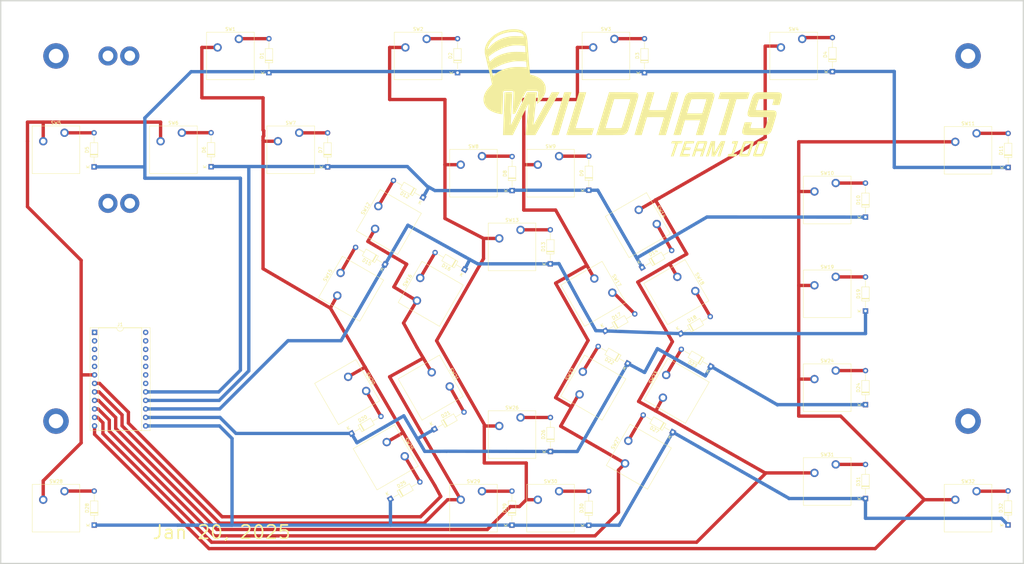
<source format=kicad_pcb>
(kicad_pcb (version 20240108) (generator "pcbnew") (generator_version "8.0")
  (layers (0 "F.Cu" signal) (31 "B.Cu" signal) (34 "B.Paste" user) (35 "F.Paste" user) (36 "B.SilkS" user "B.Silkscreen") (37 "F.SilkS" user "F.Silkscreen") (38 "B.Mask" user) (39 "F.Mask" user) (44 "Edge.Cuts" user))
  (net 0 "")
  (net 1 "Net-(D6-A)")
  (net 2 "Net-(D7-A)")
  (net 3 "Net-(D1-A)")
  (net 4 "Net-(D2-A)")
  (net 5 "Net-(D3-A)")
  (net 6 "Net-(D4-A)")
  (net 7 "Net-(D5-A)")
  (net 8 "Net-(D8-A)")
  (net 9 "Net-(D9-A)")
  (net 10 "Net-(D10-A)")
  (net 11 "Net-(D11-A)")
  (net 12 "Net-(D12-A)")
  (net 13 "Net-(D13-A)")
  (net 14 "Net-(D14-A)")
  (net 15 "Net-(D15-A)")
  (net 16 "Net-(D16-A)")
  (net 17 "Net-(D17-A)")
  (net 18 "Net-(D18-A)")
  (net 19 "Net-(D19-A)")
  (net 20 "Net-(D20-A)")
  (net 21 "Net-(D21-A)")
  (net 22 "Net-(D22-A)")
  (net 23 "Net-(D23-A)")
  (net 24 "Net-(D25-A)")
  (net 25 "Net-(D26-A)")
  (net 26 "Net-(D27-A)")
  (net 27 "Net-(D28-A)")
  (net 28 "Net-(D29-A)")
  (net 29 "Net-(D30-A)")
  (net 30 "Net-(D31-A)")
  (net 31 "Net-(D32-A)")
  (net 32 "/ROW0")
  (net 33 "/ROW1")
  (net 34 "/ROW2")
  (net 35 "/COL1")
  (net 36 "/COL4")
  (net 37 "/COL5")
  (net 38 "/COL6")
  (net 39 "/COL3")
  (net 40 "/COL2")
  (net 41 "/ROW4")
  (net 42 "/COL0")
  (net 43 "/ROW3")
  (net 44 "Net-(D24-A)")
  (footprint "MountingHole:MountingHole_4.3mm_M4_ISO7380_Pad" (layer "F.Cu") (at 345 177.5)
    (property "Reference" "H4" (hide yes))
    (property "Value" "MountingHole_4.3mm_M4_ISO7380_Pad" (hide yes))
  )
  (footprint "SW_Cherry_MX_PCB_1.00u" (layer "F.Cu") (at 345 96.675)
    (property "Reference" "SW11")
    (property "Value" "SW_Push" (hide yes))
  )
  (footprint "SW_Cherry_MX_PCB_1.00u" (layer "F.Cu") (at 345 203.5)
    (property "Reference" "SW32")
    (property "Value" "SW_Push" (hide yes))
  )
  (footprint "SW_Cherry_MX_PCB_1.00u" (layer "F.Cu") (at 143 96.5)
    (property "Reference" "SW7")
    (property "Value" "SW_Push")
  )
  (footprint "SW_Cherry_MX_PCB_1.00u" (layer "F.Cu") (at 161 138 60)
    (property "Reference" "SW15")
    (property "Value" "SW_Push" (hide yes))
  )
  (footprint "MountingHole:MountingHole_4.3mm_M4_ISO7380_Pad" (layer "F.Cu") (at 73 177.5)
    (property "Reference" "H3" (hide yes))
    (property "Value" "MountingHole_4.3mm_M4_ISO7380_Pad" (hide yes))
  )
  (footprint "SW_Cherry_MX_PCB_1.00u" (layer "F.Cu") (at 108 96.5)
    (property "Reference" "SW6")
    (property "Value" "SW_Push" (hide yes))
  )
  (footprint "Diode_THT:D_DO-35_SOD27_P10.16mm_Horizontal" (layer "F.Cu") (at 161.114585 181.179346 30)
    (property "Reference" "D20")
    (property "Value" "D" (hide yes))
  )
  (footprint "MountingHole:MountingHole_4.3mm_M4_ISO7380_Pad" (layer "F.Cu") (at 345 68.5)
    (property "Reference" "H2" (hide yes))
    (property "Value" "MountingHole_4.3mm_M4_ISO7380_Pad" (hide yes))
  )
  (footprint "Diode_THT:D_DO-35_SOD27_P10.16mm_Horizontal" (layer "F.Cu") (at 247.814389 131.634831 30)
    (property "Reference" "D14")
    (property "Value" "D" (hide yes))
  )
  (footprint "Diode_THT:D_DO-35_SOD27_P10.16mm_Horizontal" (layer "F.Cu") (at 314.409475 172.588613 90)
    (property "Reference" "D24")
    (property "Value" "D" (hide yes))
  )
  (footprint "SW_Cherry_MX_PCB_1.00u" (layer "F.Cu") (at 233.25 139.5 -60)
    (property "Reference" "SW17")
    (property "Value" "SW_Push" (hide yes))
  )
  (footprint "Diode_THT:D_DO-35_SOD27_P10.16mm_Horizontal" (layer "F.Cu") (at 84.353721 101.604585 90)
    (property "Reference" "D5")
    (property "Value" "D" (hide yes))
  )
  (footprint "Diode_THT:D_DO-35_SOD27_P10.16mm_Horizontal" (layer "F.Cu") (at 243.497032 160.277045 150)
    (property "Reference" "D22")
    (property "Value" "D" (hide yes))
  )
  (footprint "Diode_THT:D_DO-35_SOD27_P10.16mm_Horizontal" (layer "F.Cu") (at 192.75 73.5 90)
    (property "Reference" "D2")
    (property "Value" "D" (hide yes))
  )
  (footprint "SW_Cherry_MX_PCB_1.00u" (layer "F.Cu") (at 258 139 -60)
    (property "Reference" "SW18")
    (property "Value" "SW_Push" (hide yes))
  )
  (footprint "Diode_THT:D_DO-35_SOD27_P10.16mm_Horizontal" (layer "F.Cu") (at 220.460158 186.578019 90)
    (property "Reference" "D26")
    (property "Value" "D" (hide yes))
  )
  (footprint "Diode_THT:D_DO-35_SOD27_P10.16mm_Horizontal" (layer "F.Cu") (at 194.858101 132.263766 150)
    (property "Reference" "D16")
    (property "Value" "D" (hide yes))
  )
  (footprint "Graphics:wildhat_logo_6_med" (layer "F.Cu") (at 245 79.5)
    (property "Reference" "G***" (hide yes))
    (property "Value" "LOGO" (hide yes))
  )
  (footprint "Diode_THT:D_DO-35_SOD27_P10.16mm_Horizontal" (layer "F.Cu") (at 182.44933 110.742231 150)
    (property "Reference" "D12")
    (property "Value" "D" (hide yes))
  )
  (footprint "SW_Cherry_MX_PCB_1.00u" (layer "F.Cu") (at 303 167.5)
    (property "Reference" "SW24")
    (property "Value" "SW_Push" (hide yes))
  )
  (footprint "SW_Cherry_MX_PCB_1.00u" (layer "F.Cu") (at 233.25 167.5 60)
    (property "Reference" "SW22")
    (property "Value" "SW_Push" (hide yes))
  )
  (footprint "Diode_THT:D_DO-35_SOD27_P10.16mm_Horizontal" (layer "F.Cu") (at 231.873158 208.579999 90)
    (property "Reference" "D30")
    (property "Value" "D" (hide yes))
  )
  (footprint "SW_Cherry_MX_PCB_1.00u" (layer "F.Cu") (at 303 111.5)
    (property "Reference" "SW10")
    (property "Value" "SW_Push" (hide yes))
  )
  (footprint "SW_Cherry_MX_PCB_1.00u" (layer "F.Cu") (at 171.33712 188.334422 -60)
    (property "Reference" "SW25")
    (property "Value" "SW_Push" (hide yes))
  )
  (footprint "Diode_THT:D_DO-35_SOD27_P10.16mm_Horizontal" (layer "F.Cu") (at 171.147255 130.709537 150)
    (property "Reference" "D15")
    (property "Value" "D" (hide yes))
  )
  (footprint "Diode_THT:D_DO-35_SOD27_P10.16mm_Horizontal" (layer "F.Cu") (at 268.295963 161.139138 150)
    (property "Reference" "D23")
    (property "Value" "D" (hide yes))
  )
  (footprint "SW_Cherry_MX_PCB_1.00u" (layer "F.Cu") (at 220.5 103.5)
    (property "Reference" "SW9")
    (property "Value" "SW_Push" (hide yes))
  )
  (footprint "SW_Cherry_MX_PCB_1.00u" (layer "F.Cu") (at 197.5 103.5)
    (property "Reference" "SW8")
    (property "Value" "SW_Push" (hide yes))
  )
  (footprint "MountingHole:MountingHole_3.2mm_M3_ISO7380_Pad" (layer "F.Cu") (at 88.5 112.5)
    (property "Reference" "REF**" (hide yes))
    (property "Value" "MountingHole_3.2mm_M3_ISO7380_Pad" (hide yes))
  )
  (footprint "Diode_THT:D_DO-35_SOD27_P10.16mm_Horizontal" (layer "F.Cu") (at 119.25 101.58 90)
    (property "Reference" "D6")
    (property "Value" "D" (hide yes))
  )
  (footprint "Diode_THT:D_DO-35_SOD27_P10.16mm_Horizontal" (layer "F.Cu") (at 259.329689 151.386719 30)
    (property "Reference" "D18")
    (property "Value" "D" (hide yes))
  )
  (footprint "SW_Cherry_MX_PCB_1.00u" (layer "F.Cu") (at 73 203.5)
    (property "Reference" "SW28")
    (property "Value" "SW_Push" (hide yes))
  )
  (footprint "Diode_THT:D_DO-35_SOD27_P10.16mm_Horizontal" (layer "F.Cu") (at 220.426281 130.552086 90)
    (property "Reference" "D13")
    (property "Value" "D" (hide yes))
  )
  (footprint "Package_DIP:DIP-24_W15.24mm_Socket" (layer "F.Cu") (at 84.5 151)
    (property "Reference" "J1")
    (property "Value" "Conn_02x12_Counter_Clockwise" (hide yes))
  )
  (footprint "Diode_THT:D_DO-35_SOD27_P10.16mm_Horizontal" (layer "F.Cu") (at 248.5 73.5 90)
    (property "Reference" "D3")
    (property "Value" "D" (hide yes))
  )
  (footprint "SW_Cherry_MX_PCB_1.00u" (layer "F.Cu") (at 184.75 139.5 60)
    (property "Reference" "SW16")
    (property "Value" "SW_Push" (hide yes))
  )
  (footprint "SW_Cherry_MX_PCB_1.00u" (layer "F.Cu") (at 159.830591 168.840295 -60)
    (property "Reference" "SW20")
    (property "Value" "SW_Push" (hide yes))
  )
  (footprint "SW_Cherry_MX_PCB_1.00u" (layer "F.Cu") (at 258.104705 168.470444 60)
    (property "Reference" "SW23")
    (property "Value" "SW_Push" (hide yes))
  )
  (footprint "Diode_THT:D_DO-35_SOD27_P10.16mm_Horizontal" (layer "F.Cu") (at 154 101.620488 90)
    (property "Reference" "D7")
    (property "Value" "D" (hide yes))
  )
  (footprint "Diode_THT:D_DO-35_SOD27_P10.16mm_Horizontal" (layer "F.Cu") (at 304.547809 73.169338 90)
    (property "Reference" "D4")
    (property "Value" "D" (hide yes))
  )
  (footprint "SW_Cherry_MX_PCB_1.00u" (layer "F.Cu") (at 246.5 119 -60)
    (property "Reference" "SW14")
    (property "Value" "SW_Push" (hide yes))
  )
  (footprint "Diode_THT:D_DO-35_SOD27_P10.16mm_Horizontal" (layer "F.Cu") (at 314.40438 116.605908 90)
    (property "Reference" "D10")
    (property "Value" "D" (hide yes))
  )
  (footprint "Diode_THT:D_DO-35_SOD27_P10.16mm_Horizontal" (layer "F.Cu") (at 356.926281 208.5 90)
    (property "Reference" "D32")
    (property "Value" "D" (hide yes))
  )
  (footprint "Diode_THT:D_DO-35_SOD27_P10.16mm_Horizontal" (layer "F.Cu") (at 208.976095 208.549813 90)
    (property "Reference" "D29")
    (property "Value" "D" (hide yes))
  )
  (footprint "Diode_THT:D_DO-35_SOD27_P10.16mm_Horizontal" (layer "F.Cu") (at 314.416535 144.61961 90)
    (property "Reference" "D19")
    (property "Value" "D" (hide yes))
  )
  (footprint "SW_Cherry_MX_PCB_1.00u" (layer "F.Cu") (at 303 195.5)
    (property "Reference" "SW31")
    (property "Value" "SW_Push" (hide yes))
  )
  (footprint "SW_Cherry_MX_PCB_1.00u" (layer "F.Cu") (at 209 181.5)
    (property "Reference" "SW26")
    (property "Value" "SW_Push" (hide yes))
  )
  (footprint "Diode_THT:D_DO-35_SOD27_P10.16mm_Horizontal" (layer "F.Cu") (at 231.90438 108.58 90)
    (property "Reference" "D9")
    (property "Value" "D" (hide yes))
  )
  (footprint "Diode_THT:D_DO-35_SOD27_P10.16mm_Horizontal" (layer "F.Cu") (at 209.01992 108.679603 90)
    (property "Reference" "D8")
    (property "Value" "D" (hide yes))
  )
  (footprint "SW_Cherry_MX_PCB_1.00u" (layer "F.Cu") (at 172.263773 118.080937 60)
    (property "Reference" "SW12")
    (property "Value" "SW_Push" (hide yes))
  )
  (footprint "SW_Cherry_MX_PCB_1.00u" (layer "F.Cu") (at 197.5 203.5)
    (property "Reference" "SW29")
    (property "Value" "SW_Push" (hide yes))
  )
  (footprint "SW_Cherry_MX_PCB_1.00u" (layer "F.Cu") (at 181 68.5)
    (property "Reference" "SW2")
    (property "Value" "SW_Push" (hide yes))
  )
  (footprint "SW_Cherry_MX_PCB_1.00u" (layer "F.Cu") (at 220.5 203.5)
    (property "Reference" "SW30")
    (property "Value" "SW_Push" (hide yes))
  )
  (footprint "SW_Cherry_MX_PCB_1.00u" (layer "F.Cu") (at 73 96.5)
    (property "Reference" "SW5")
    (property "Value" "SW_Push" (hide yes))
  )
  (footprint "Diode_THT:D_DO-35_SOD27_P10.16mm_Horizontal" (layer "F.Cu") (at 136.5 73.5 90)
    (property "Reference" "D1")
    (property "Value" "D" (hide yes))
  )
  (footprint "MountingHole:MountingHole_3.2mm_M3_ISO7380_Pad" (layer "F.Cu") (at 95 112.5)
    (property "Reference" "REF**" (hide yes))
    (property "Value" "MountingHole_3.2mm_M3_ISO7380_Pad" (hide yes))
  )
  (footprint "SW_Cherry_MX_PCB_1.00u" (layer "F.Cu") (at 184.75 167.5 -60)
    (property "Reference" "SW21")
    (property "Value" "SW_Push" (hide yes))
  )
  (footprint "SW_Cherry_MX_PCB_1.00u" (layer "F.Cu") (at 237 68.5)
    (property "Reference" "SW3")
    (property "Value" "SW_Push" (hide yes))
  )
  (footprint "MountingHole:MountingHole_4.3mm_M4_ISO7380_Pad" (layer "F.Cu") (at 73 68.5)
    (property "Reference" "H1" (hide yes))
    (property "Value" "MountingHole_4.3mm_M4_ISO7380_Pad" (hide yes))
  )
  (footprint "Diode_THT:D_DO-35_SOD27_P10.16mm_Horizontal" (layer "F.Cu") (at 356.956198 101.771287 90)
    (property "Reference" "D11")
    (property "Value" "D" (hide yes))
  )
  (footprint "Diode_THT:D_DO-35_SOD27_P10.16mm_Horizontal" (layer "F.Cu") (at 185.883379 179.894509 30)
    (property "Reference" "D21")
    (property "Value" "D" (hide yes))
  )
  (footprint "MountingHole:MountingHole_3.2mm_M3_ISO7380_Pad" (layer "F.Cu") (at 95 68.5)
    (property "Reference" "REF**" (hide yes))
    (property "Value" "MountingHole_3.2mm_M3_ISO7380_Pad" (hide yes))
  )
  (footprint "SW_Cherry_MX_PCB_1.00u" (layer "F.Cu") (at 246.815456 188.110433 60)
    (property "Reference" "SW27")
    (property "Value" "SW_Push" (hide yes))
  )
  (footprint "MountingHole:MountingHole_3.2mm_M3_ISO7380_Pad" (layer "F.Cu") (at 88.5 68.5)
    (property "Reference" "REF**" (hide yes))
    (property "Value" "MountingHole_3.2mm_M3_ISO7380_Pad" (hide yes))
  )
  (footprint "SW_Cherry_MX_PCB_1.00u" (layer "F.Cu") (at 125 68.5)
    (property "Reference" "SW1")
    (property "Value" "SW_Push" (hide yes))
  )
  (footprint "SW_Cherry_MX_PCB_1.00u" (layer "F.Cu") (at 209 125.5)
    (property "Reference" "SW13")
    (property "Value" "SW_Push" (hide yes))
  )
  (footprint "SW_Cherry_MX_PCB_1.00u" (layer "F.Cu") (at 303 139.5)
    (property "Reference" "SW19")
    (property "Value" "SW_Push" (hide yes))
  )
  (footprint "Diode_THT:D_DO-35_SOD27_P10.16mm_Horizontal" (layer "F.Cu") (at 314.409934 200.604677 90)
    (property "Reference" "D31")
    (property "Value" "D" (hide yes))
  )
  (footprint "SW_Cherry_MX_PCB_1.00u" (layer "F.Cu") (at 293 68.5)
    (property "Reference" "SW4")
    (property "Value" "SW_Push" (hide yes))
  )
  (footprint "Diode_THT:D_DO-35_SOD27_P10.16mm_Horizontal" (layer "F.Cu") (at 84.391174 208.532349 90)
    (property "Reference" "D28")
    (property "Value" "D" (hide yes))
  )
  (footprint "Diode_THT:D_DO-35_SOD27_P10.16mm_Horizontal" (layer "F.Cu") (at 172.731112 200.755504 30)
    (property "Reference" "D25")
    (property "Value" "D" (hide yes))
  )
  (footprint "Diode_THT:D_DO-35_SOD27_P10.16mm_Horizontal" (layer "F.Cu") (at 256.92525 180.776226 150)
    (property "Reference" "D27")
    (property "Value" "D" (hide yes))
  )
  (footprint "Diode_THT:D_DO-35_SOD27_P10.16mm_Horizontal" (layer "F.Cu") (at 236.811436 150.581307 30)
    (property "Reference" "D17")
    (property "Value" "D" (hide yes))
  )
  (gr_line (start 361.5 52) (end 361.5 220) (stroke (width 0.4)) (layer "Edge.Cuts"))
  (gr_line (start 56.5 220) (end 56.5 52) (stroke (width 0.4)) (layer "Edge.Cuts"))
  (gr_line (start 361.5 220) (end 56.5 220) (stroke (width 0.4)) (layer "Edge.Cuts"))
  (gr_line (start 56.5 52) (end 361.5 52) (stroke (width 0.4)) (layer "Edge.Cuts"))
  (gr_text "Jan 20, 2025" (at 101.5 213 0) (layer "F.SilkS") (effects (font (size 4 4) (thickness 0.5)) (justify left bottom)))
  (segment (start 119.17 91.42) (end 110.54 91.42) (width 1) (layer "F.Cu") (net 1))
  (segment (start 154 91.460488) (end 145.580488 91.460488) (width 1) (layer "F.Cu") (net 2))
  (segment (start 145.580488 91.460488) (end 145.54 91.42) (width 1) (layer "F.Cu") (net 2))
  (segment (start 127.62 63.34) (end 127.54 63.42) (width 1) (layer "F.Cu") (net 3))
  (segment (start 136.5 63.34) (end 127.62 63.34) (width 1) (layer "F.Cu") (net 3))
  (segment (start 183.62 63.34) (end 183.54 63.42) (width 1) (layer "F.Cu") (net 4))
  (segment (start 192.75 63.34) (end 183.62 63.34) (width 1) (layer "F.Cu") (net 4))
  (segment (start 248.5 63.34) (end 239.62 63.34) (width 1) (layer "F.Cu") (net 5))
  (segment (start 239.62 63.34) (end 239.54 63.42) (width 1) (layer "F.Cu") (net 5))
  (segment (start 295.665 63.02) (end 304.537147 63.02) (width 1) (layer "F.Cu") (net 6))
  (segment (start 304.537147 63.02) (end 304.547809 63.009338) (width 1) (layer "B.Cu") (net 6))
  (segment (start 84.353721 91.444585) (end 75.564585 91.444585) (width 1) (layer "F.Cu") (net 7))
  (segment (start 75.564585 91.444585) (end 75.54 91.42) (width 1) (layer "F.Cu") (net 7))
  (segment (start 208.920317 98.42) (end 200.04 98.42) (width 1) (layer "F.Cu") (net 8))
  (segment (start 209.01992 98.519603) (end 208.920317 98.42) (width 1) (layer "B.Cu") (net 8))
  (segment (start 222.54 98.42) (end 231.90438 98.42) (width 1) (layer "F.Cu") (net 9))
  (segment (start 305.565908 106.445908) (end 314.051592 106.445908) (width 1) (layer "F.Cu") (net 10))
  (segment (start 305.54 106.42) (end 305.565908 106.445908) (width 1) (layer "B.Cu") (net 10))
  (segment (start 314.051592 106.445908) (end 314.0775 106.42) (width 1) (layer "B.Cu") (net 10))
  (segment (start 306.105 106.7975) (end 305.19 105.8825) (width 1) (layer "B.Cu") (net 10))
  (segment (start 348.0525 91.595) (end 356.939911 91.595) (width 1) (layer "F.Cu") (net 11))
  (segment (start 356.939911 91.595) (end 356.956198 91.611287) (width 1) (layer "B.Cu") (net 11))
  (segment (start 169.134364 113.341232) (end 173.622743 105.69) (width 1) (layer "F.Cu") (net 12))
  (segment (start 173.622743 105.69) (end 173.81 105.69) (width 1) (layer "B.Cu") (net 12))
  (segment (start 211.567914 120.392086) (end 220.426281 120.392086) (width 1) (layer "F.Cu") (net 13))
  (segment (start 211.92 120.42) (end 211.04 120.42) (width 1) (layer "B.Cu") (net 13))
  (segment (start 211.54 120.42) (end 211.567914 120.392086) (width 1) (layer "B.Cu") (net 13))
  (segment (start 252.169409 118.659705) (end 256.613207 126.554831) (width 1) (layer "F.Cu") (net 14))
  (segment (start 157.870591 133.260295) (end 162.112974 125.865) (width 1) (layer "F.Cu") (net 15))
  (segment (start 181.620591 134.760295) (end 186.059283 127.183766) (width 1) (layer "F.Cu") (net 16))
  (segment (start 239.268652 139.159705) (end 245.610254 145.501307) (width 1) (layer "F.Cu") (net 17))
  (segment (start 238.919409 139.159705) (end 239.268652 139.159705) (width 1) (layer "B.Cu") (net 17))
  (segment (start 263.669409 138.659705) (end 268.128507 146.306719) (width 1) (layer "F.Cu") (net 18))
  (segment (start 305.57961 134.45961) (end 314.46289 134.45961) (width 1) (layer "F.Cu") (net 19))
  (segment (start 305.54 134.42) (end 305.57961 134.45961) (width 1) (layer "B.Cu") (net 19))
  (segment (start 314.46289 134.45961) (end 314.5025 134.42) (width 1) (layer "B.Cu") (net 19))
  (segment (start 169.913403 176.099346) (end 165.5 168.5) (width 1) (layer "F.Cu") (net 20))
  (segment (start 190.419409 167.159705) (end 194.682197 174.814509) (width 1) (layer "F.Cu") (net 21))
  (segment (start 230.120591 162.760295) (end 234.698214 155.197045) (width 1) (layer "F.Cu") (net 22))
  (segment (start 254.975296 163.730739) (end 259.497145 156.059138) (width 1) (layer "F.Cu") (net 23))
  (segment (start 177.006529 188.006529) (end 181.52993 195.675504) (width 1) (layer "F.Cu") (net 24))
  (segment (start 177.006529 187.994127) (end 177.006529 188.006529) (width 1) (layer "B.Cu") (net 24))
  (segment (start 211.54 176.42) (end 220.458177 176.42) (width 1) (layer "F.Cu") (net 25))
  (segment (start 220.458177 176.42) (end 220.460158 176.418019) (width 1) (layer "B.Cu") (net 25))
  (segment (start 243.686047 183.370728) (end 248.126432 175.696226) (width 1) (layer "F.Cu") (net 26))
  (segment (start 84.391174 198.372349) (end 75.587651 198.372349) (width 1) (layer "F.Cu") (net 27))
  (segment (start 75.587651 198.372349) (end 75.54 198.42) (width 1) (layer "F.Cu") (net 27))
  (segment (start 84.391174 198.372349) (end 84.343523 198.42) (width 1) (layer "B.Cu") (net 27))
  (segment (start 84.391174 198.372349) (end 84.608825 198.59) (width 1) (layer "B.Cu") (net 27))
  (segment (start 200.04 198.42) (end 208.945908 198.42) (width 1) (layer "F.Cu") (net 28))
  (segment (start 208.945908 198.42) (end 208.976095 198.389813) (width 1) (layer "B.Cu") (net 28))
  (segment (start 223.04 198.42) (end 231.873157 198.42) (width 1) (layer "F.Cu") (net 29))
  (segment (start 231.873157 198.42) (end 231.873158 198.419999) (width 1) (layer "B.Cu") (net 29))
  (segment (start 305.54 190.42) (end 314.385257 190.42) (width 1) (layer "F.Cu") (net 30))
  (segment (start 314.385257 190.42) (end 314.409934 190.444677) (width 1) (layer "B.Cu") (net 30))
  (segment (start 347.54 198.42) (end 356.846281 198.42) (width 1) (layer "F.Cu") (net 31))
  (segment (start 356.846281 198.42) (end 356.926281 198.34) (width 1) (layer "F.Cu") (net 31))
  (segment (start 128 162.312994) (end 128 105) (width 1) (layer "B.Cu") (net 32))
  (segment (start 136.197887 73.197887) (end 136.5 73.5) (width 1) (layer "B.Cu") (net 32))
  (segment (start 192.75 73.5) (end 193.10029 73.14971) (width 1) (layer "B.Cu") (net 32))
  (segment (start 128 105) (end 99.5 105) (width 1) (layer "B.Cu") (net 32))
  (segment (start 248.830662 73.169338) (end 304.547809 73.169338) (width 1) (layer "B.Cu") (net 32))
  (segment (start 113.302113 73.197887) (end 136.197887 73.197887) (width 1) (layer "B.Cu") (net 32))
  (segment (start 99.5 87) (end 113.302113 73.197887) (width 1) (layer "B.Cu") (net 32))
  (segment (start 304.5 73.121529) (end 323 73.121529) (width 1) (layer "B.Cu") (net 32))
  (segment (start 192.75 73.5) (end 192.39971 73.14971) (width 1) (layer "B.Cu") (net 32))
  (segment (start 323 101.771287) (end 356.728713 101.771287) (width 1) (layer "B.Cu") (net 32))
  (segment (start 323 73.121529) (end 323 101.771287) (width 1) (layer "B.Cu") (net 32))
  (segment (start 99.5 101.604585) (end 84.353721 101.604585) (width 1) (layer "B.Cu") (net 32))
  (segment (start 248.14971 73.14971) (end 248.5 73.5) (width 1) (layer "B.Cu") (net 32))
  (segment (start 248.5 73.5) (end 248.830662 73.169338) (width 1) (layer "B.Cu") (net 32))
  (segment (start 136.85029 73.14971) (end 136.5 73.5) (width 1) (layer "B.Cu") (net 32))
  (segment (start 99.5 105) (end 99.5 101.604585) (width 1) (layer "B.Cu") (net 32))
  (segment (start 121.532994 168.78) (end 128 162.312994) (width 1) (layer "B.Cu") (net 32))
  (segment (start 192.39971 73.14971) (end 136.85029 73.14971) (width 1) (layer "B.Cu") (net 32))
  (segment (start 99.74 168.78) (end 121.532994 168.78) (width 1) (layer "B.Cu") (net 32))
  (segment (start 193.10029 73.14971) (end 248.14971 73.14971) (width 1) (layer "B.Cu") (net 32))
  (segment (start 99.5 101.604585) (end 99.5 87) (width 1) (layer "B.Cu") (net 32))
  (segment (start 183.641314 107.358686) (end 186 108.679603) (width 1) (layer "B.Cu") (net 33))
  (segment (start 130.5 162.5) (end 130.5 101.75) (width 1) (layer "B.Cu") (net 33))
  (segment (start 177.782628 101.5) (end 183.641314 107.358686) (width 1) (layer "B.Cu") (net 33))
  (segment (start 267.138902 116.576793) (end 314.40438 116.605908) (width 1) (layer "B.Cu") (net 33))
  (segment (start 231.90438 108.58) (end 231.90438 108.577995) (width 1) (layer "B.Cu") (net 33))
  (segment (start 231.90438 108.58) (end 209.119523 108.58) (width 1) (layer "B.Cu") (net 33))
  (segment (start 186 108.679603) (end 209.01992 108.679603) (width 1) (layer "B.Cu") (net 33))
  (segment (start 246.190502 128.809498) (end 267.138902 116.576793) (width 1) (layer "B.Cu") (net 33))
  (segment (start 99.74 171.32) (end 121.68 171.32) (width 1) (layer "B.Cu") (net 33))
  (segment (start 234.563408 108.58) (end 231.90438 108.58) (width 1) (layer "B.Cu") (net 33))
  (segment (start 247.814389 131.634831) (end 234.563408 108.58) (width 1) (layer "B.Cu") (net 33))
  (segment (start 182.44933 110.742231) (end 184.191839 107.666993) (width 1) (layer "B.Cu") (net 33))
  (segment (start 119.33 101.5) (end 177.782628 101.5) (width 1) (layer "B.Cu") (net 33))
  (segment (start 121.68 171.32) (end 130.5 162.5) (width 1) (layer "B.Cu") (net 33))
  (segment (start 209.119523 108.58) (end 209.01992 108.679603) (width 1) (layer "B.Cu") (net 33))
  (segment (start 259.329689 151.386719) (end 314.416535 151.386719) (width 1) (layer "B.Cu") (net 34))
  (segment (start 194.858101 132.263766) (end 196.392728 129.2504) (width 1) (layer "B.Cu") (net 34))
  (segment (start 223 130.5) (end 229.5 142.5) (width 1) (layer "B.Cu") (net 34))
  (segment (start 229.5 142.5) (end 234 150.5) (width 1) (layer "B.Cu") (net 34))
  (segment (start 177.938714 119.028831) (end 195.01353 128.48647) (width 1) (layer "B.Cu") (net 34))
  (segment (start 234 150.5) (end 236.811436 150.581307) (width 1) (layer "B.Cu") (net 34))
  (segment (start 236.918693 150.581307) (end 259.329689 151.386719) (width 1) (layer "B.Cu") (net 34))
  (segment (start 158 153.5) (end 171.147255 130.709537) (width 1) (layer "B.Cu") (net 34))
  (segment (start 142.187006 153.5) (end 158 153.5) (width 1) (layer "B.Cu") (net 34))
  (segment (start 314.416535 151.386719) (end 314.416535 144.61961) (width 1) (layer "B.Cu") (net 34))
  (segment (start 195.01353 128.48647) (end 198.742792 130.552086) (width 1) (layer "B.Cu") (net 34))
  (segment (start 99.74 173.86) (end 121.827006 173.86) (width 1) (layer "B.Cu") (net 34))
  (segment (start 171.147255 130.709537) (end 177.938714 119.028831) (width 1) (layer "B.Cu") (net 34))
  (segment (start 198.742792 130.552086) (end 220.426281 130.552086) (width 1) (layer "B.Cu") (net 34))
  (segment (start 220.426281 130.552086) (end 223 130.5) (width 1) (layer "B.Cu") (net 34))
  (segment (start 121.827006 173.86) (end 142.187006 153.5) (width 1) (layer "B.Cu") (net 34))
  (segment (start 122.55 206.05) (end 94.6 178.1) (width 1) (layer "F.Cu") (net 35))
  (segment (start 154.816801 143.763111) (end 165.172355 161.38786) (width 1) (layer "F.Cu") (net 35))
  (segment (start 156.895295 140.029556) (end 154.816801 143.763111) (width 1) (layer "F.Cu") (net 35))
  (segment (start 165.172355 161.38786) (end 174.364904 177.135096) (width 1) (layer "F.Cu") (net 35))
  (segment (start 134.75 90.613536) (end 134.75 81) (width 1) (layer "F.Cu") (net 35))
  (segment (start 187.75 200) (end 181.7 206.05) (width 1) (layer "F.Cu") (net 35))
  (segment (start 134.96 93.96) (end 134.75 93.75) (width 1) (layer "F.Cu") (net 35))
  (segment (start 134.75 92.576464) (end 134.944458 92.382006) (width 1) (layer "F.Cu") (net 35))
  (segment (start 134.75 132) (end 154.816801 143.763111) (width 1) (layer "F.Cu") (net 35))
  (segment (start 186 196.75) (end 187.75 200) (width 1) (layer "F.Cu") (net 35))
  (segment (start 134.944458 90.807994) (end 134.75 90.613536) (width 1) (layer "F.Cu") (net 35))
  (segment (start 116.5 81) (end 116.5 65.96) (width 1) (layer "F.Cu") (net 35))
  (segment (start 85.988024 166.24) (end 84.5 166.24) (width 1) (layer "F.Cu") (net 35))
  (segment (start 94.6 174.851976) (end 85.988024 166.24) (width 1) (layer "F.Cu") (net 35))
  (segment (start 139.19 93.96) (end 134.96 93.96) (width 1) (layer "F.Cu") (net 35))
  (segment (start 160.125296 164.270738) (end 165.172355 161.38786) (width 1) (layer "F.Cu") (net 35))
  (segment (start 134.75 81) (end 116.5 81) (width 1) (layer "F.Cu") (net 35))
  (segment (start 116.5 65.96) (end 121.19 65.96) (width 1) (layer "F.Cu") (net 35))
  (segment (start 178.5 184.25) (end 186 196.75) (width 1) (layer "F.Cu") (net 35))
  (segment (start 134.944458 92.382006) (end 134.944458 90.807994) (width 1) (layer "F.Cu") (net 35))
  (segment (start 94.6 178.1) (end 94.6 174.851976) (width 1) (layer "F.Cu") (net 35))
  (segment (start 174.364904 177.135096) (end 176.573297 180.918169) (width 1) (layer "F.Cu") (net 35))
  (segment (start 181.7 206.05) (end 122.55 206.05) (width 1) (layer "F.Cu") (net 35))
  (segment (start 176.573297 180.918169) (end 178.5 184.25) (width 1) (layer "F.Cu") (net 35))
  (segment (start 176.573297 180.918169) (end 171.631825 183.764865) (width 1) (layer "F.Cu") (net 35))
  (segment (start 134.75 93.75) (end 134.75 132) (width 1) (layer "F.Cu") (net 35))
  (segment (start 134.75 93.75) (end 134.75 92.576464) (width 1) (layer "F.Cu") (net 35))
  (segment (start 228.5 65.96) (end 228.5 81.5) (width 1) (layer "F.Cu") (net 36))
  (segment (start 222 114.5) (end 233.544705 134.930443) (width 1) (layer "F.Cu") (net 36))
  (segment (start 228.5 170.174851) (end 223.5 179) (width 1) (layer "F.Cu") (net 36))
  (segment (start 229.145295 169.529556) (end 228.5 170.174851) (width 1) (layer "F.Cu") (net 36))
  (segment (start 222 170.5) (end 226.754938 173.254938) (width 1) (layer "F.Cu") (net 36))
  (segment (start 233.75 211.75) (end 120.188982 211.75) (width 1) (layer "F.Cu") (net 36))
  (segment (start 231.331263 131.013356) (end 221.999156 136.329199) (width 1) (layer "F.Cu") (net 36))
  (segment (start 221.999156 136.329199) (end 231.692826 153.408522) (width 1) (layer "F.Cu") (net 36))
  (segment (start 240.75 204.75) (end 233.75 211.75) (width 1) (layer "F.Cu") (net 36))
  (segment (start 212.5 114.5) (end 222 114.5) (width 1) (layer "F.Cu") (net 36))
  (segment (start 88.9 177.212994) (end 85.547006 173.86) (width 1) (layer "F.Cu") (net 36))
  (segment (start 231.692826 153.408522) (end 222 170.5) (width 1) (layer "F.Cu") (net 36))
  (segment (start 223.5 179) (end 243.024704 190.269261) (width 1) (layer "F.Cu") (net 36))
  (segment (start 88.9 180.461018) (end 88.9 177.212994) (width 1) (layer "F.Cu") (net 36))
  (segment (start 212.5 81.5) (end 212.5 114.5) (width 1) (layer "F.Cu") (net 36))
  (segment (start 216.69 100.96) (end 212.96 100.96) (width 1) (layer "F.Cu") (net 36))
  (segment (start 233.19 65.96) (end 228.5 65.96) (width 1) (layer "F.Cu") (net 36))
  (segment (start 240.75 192.10074) (end 240.75 204.75) (width 1) (layer "F.Cu") (net 36))
  (segment (start 242.710751 190.139989) (end 240.75 192.10074) (width 1) (layer "F.Cu") (net 36))
  (segment (start 120.188982 211.75) (end 88.9 180.461018) (width 1) (layer "F.Cu") (net 36))
  (segment (start 85.547006 173.86) (end 84.5 173.86) (width 1) (layer "F.Cu") (net 36))
  (segment (start 228.5 81.5) (end 212.5 81.5) (width 1) (layer "F.Cu") (net 36))
  (segment (start 251.75 111.5) (end 252.912644 110.912644) (width 1) (layer "F.Cu") (net 37))
  (segment (start 284.656087 193.074039) (end 251.871794 174.44536) (width 1) (layer "F.Cu") (net 37))
  (segment (start 264.06 213.65) (end 119.401976 213.65) (width 1) (layer "F.Cu") (net 37))
  (segment (start 246.5 136) (end 256.838461 153.790109) (width 1) (layer "F.Cu") (net 37))
  (segment (start 284.5 92.75) (end 252.912644 110.912644) (width 1) (layer "F.Cu") (net 37))
  (segment (start 299.19 192.96) (end 284.75 192.96) (width 1) (layer "F.Cu") (net 37))
  (segment (start 261.115599 127.615599) (end 251.75 111.5) (width 1) (layer "F.Cu") (net 37))
  (segment (start 284.5 65.56) (end 289.315 65.56) (width 1) (layer "F.Cu") (net 37))
  (segment (start 284.5 92.75) (end 284.5 65.56) (width 1) (layer "F.Cu") (net 37))
  (segment (start 252.912644 110.912644) (end 246.794705 114.430443) (width 1) (layer "F.Cu") (net 37))
  (segment (start 256.838461 153.790109) (end 246.739044 171.62723) (width 1) (layer "F.Cu") (net 37))
  (segment (start 119.401976 213.65) (end 87 181.248024) (width 1) (layer "F.Cu") (net 37))
  (segment (start 87 181.248024) (end 87 178) (width 1) (layer "F.Cu") (net 37))
  (segment (start 256 130.5) (end 258.294705 134.430443) (width 1) (layer "F.Cu") (net 37))
  (segment (start 256 130.5) (end 261.115599 127.615599) (width 1) (layer "F.Cu") (net 37))
  (segment (start 85.4 176.4) (end 84.5 176.4) (width 1) (layer "F.Cu") (net 37))
  (segment (start 256 130.5) (end 246.5 136) (width 1) (layer "F.Cu") (net 37))
  (segment (start 246.739044 171.62723) (end 251.871794 174.44536) (width 1) (layer "F.Cu") (net 37))
  (segment (start 284.75 192.96) (end 264.06 213.65) (width 1) (layer "F.Cu") (net 37))
  (segment (start 87 178) (end 85.4 176.4) (width 1) (layer "F.Cu") (net 37))
  (segment (start 251.871794 174.44536) (end 254 170.5) (width 1) (layer "F.Cu") (net 37))
  (segment (start 341.19 200.96) (end 331.75 200.96) (width 1) (layer "F.Cu") (net 38))
  (segment (start 331.75 200.96) (end 331.75 200.75) (width 1) (layer "F.Cu") (net 38))
  (segment (start 331.915 200.96) (end 317.325 215.55) (width 1) (layer "F.Cu") (net 38))
  (segment (start 307 176) (end 294.5 176) (width 1) (layer "F.Cu") (net 38))
  (segment (start 317.325 215.55) (end 118.61497 215.55) (width 1) (layer "F.Cu") (net 38))
  (segment (start 294.5 94.135) (end 341.7025 94.135) (width 1) (layer "F.Cu") (net 38))
  (segment (start 294.5 164.96) (end 294.5 136.9975) (width 1) (layer "F.Cu") (net 38))
  (segment (start 294.5 164.96) (end 299.19 164.96) (width 1) (layer "F.Cu") (net 38))
  (segment (start 331.75 200.75) (end 307 176) (width 1) (layer "F.Cu") (net 38))
  (segment (start 294.5 136.9975) (end 299.2275 136.9975) (width 1) (layer "F.Cu") (net 38))
  (segment (start 118.61497 215.55) (end 84.5 181.43503) (width 1) (layer "F.Cu") (net 38))
  (segment (start 299.19 108.96) (end 294.54 108.96) (width 1) (layer "F.Cu") (net 38))
  (segment (start 294.5 109) (end 294.5 94.135) (width 1) (layer "F.Cu") (net 38))
  (segment (start 294.5 136.9975) (end 294.5 109) (width 1) (layer "F.Cu") (net 38))
  (segment (start 294.54 108.96) (end 294.5 109) (width 1) (layer "F.Cu") (net 38))
  (segment (start 294.5 176) (end 294.5 164.96) (width 1) (layer "F.Cu") (net 38))
  (segment (start 84.5 181.43503) (end 84.5 178.94) (width 1) (layer "F.Cu") (net 38))
  (segment (start 90.8 176.425988) (end 85.694012 171.32) (width 1) (layer "F.Cu") (net 39))
  (segment (start 189 100.96) (end 193.69 100.96) (width 1) (layer "F.Cu") (net 39))
  (segment (start 213.25 190) (end 200.731885 190) (width 1) (layer "F.Cu") (net 39))
  (segment (start 213.25 200.96) (end 211.21 203) (width 1) (layer "F.Cu") (net 39))
  (segment (start 200.5 122.96) (end 189 117) (width 1) (layer "F.Cu") (net 39))
  (segment (start 172.5 81.5) (end 172.5 65.96) (width 1) (layer "F.Cu") (net 39))
  (segment (start 120.975988 209.85) (end 90.8 179.674012) (width 1) (layer "F.Cu") (net 39))
  (segment (start 216.69 200.96) (end 213.25 200.96) (width 1) (layer "F.Cu") (net 39))
  (segment (start 200.731885 190) (end 200.731885 178.96) (width 1) (layer "F.Cu") (net 39))
  (segment (start 200.5 129) (end 200.5 122.96) (width 1) (layer "F.Cu") (net 39))
  (segment (start 200.5 122.96) (end 204.69 122.96) (width 1) (layer "F.Cu") (net 39))
  (segment (start 200.731885 178.96) (end 205.19 178.96) (width 1) (layer "F.Cu") (net 39))
  (segment (start 213.25 200.96) (end 213.25 190) (width 1) (layer "F.Cu") (net 39))
  (segment (start 201.65 209.85) (end 120.975988 209.85) (width 1) (layer "F.Cu") (net 39))
  (segment (start 189 100.96) (end 189 81.5) (width 1) (layer "F.Cu") (net 39))
  (segment (start 189 117) (end 189 100.96) (width 1) (layer "F.Cu") (net 39))
  (segment (start 90.8 179.674012) (end 90.8 176.425988) (width 1) (layer "F.Cu") (net 39))
  (segment (start 211.21 203) (end 208.5 203) (width 1) (layer "F.Cu") (net 39))
  (segment (start 201 178.96) (end 186.5 153.5) (width 1) (layer "F.Cu") (net 39))
  (segment (start 85.694012 171.32) (end 84.5 171.32) (width 1) (layer "F.Cu") (net 39))
  (segment (start 186.5 153.5) (end 200.5 129) (width 1) (layer "F.Cu") (net 39))
  (segment (start 208.5 203) (end 201.65 209.85) (width 1) (layer "F.Cu") (net 39))
  (segment (start 189 81.5) (end 172.5 81.5) (width 1) (layer "F.Cu") (net 39))
  (segment (start 172.5 65.96) (end 177.19 65.96) (width 1) (layer "F.Cu") (net 39))
  (segment (start 92.7 175.638982) (end 85.841018 168.78) (width 1) (layer "F.Cu") (net 40))
  (segment (start 121.762994 207.95) (end 92.7 178.887006) (width 1) (layer "F.Cu") (net 40))
  (segment (start 180.529556 141.529556) (end 173.763773 137.448317) (width 1) (layer "F.Cu") (net 40))
  (segment (start 177.570697 130.667235) (end 166.008613 123.876076) (width 1) (layer "F.Cu") (net 40))
  (segment (start 176.64549 148.226086) (end 180.024704 142.529556) (width 1) (layer "F.Cu") (net 40))
  (segment (start 185.044705 162.930443) (end 180.668422 155.541339) (width 1) (layer "F.Cu") (net 40))
  (segment (start 173.763773 137.448317) (end 177.570697 130.667235) (width 1) (layer "F.Cu") (net 40))
  (segment (start 181.5 180) (end 193.69 200.96) (width 1) (layer "F.Cu") (net 40))
  (segment (start 172.487864 164.278844) (end 181.5 180) (width 1) (layer "F.Cu") (net 40))
  (segment (start 180.645295 141.529556) (end 180.529556 141.529556) (width 1) (layer "F.Cu") (net 40))
  (segment (start 92.7 178.887006) (end 92.7 175.638982) (width 1) (layer "F.Cu") (net 40))
  (segment (start 182.531132 158.686419) (end 172.487864 164.278844) (width 1) (layer "F.Cu") (net 40))
  (segment (start 85.841018 168.78) (end 84.5 168.78) (width 1) (layer "F.Cu") (net 40))
  (segment (start 166.008613 123.876076) (end 168.159068 120.110493) (width 1) (layer "F.Cu") (net 40))
  (segment (start 180.668422 155.541339) (end 176.64549 148.226086) (width 1) (layer "F.Cu") (net 40))
  (segment (start 189.79 200.96) (end 182.8 207.95) (width 1) (layer "F.Cu") (net 40))
  (segment (start 182.8 207.95) (end 121.762994 207.95) (width 1) (layer "F.Cu") (net 40))
  (segment (start 193.69 200.96) (end 189.79 200.96) (width 1) (layer "F.Cu") (net 40))
  (segment (start 109.25 208.549813) (end 84.408638 208.549813) (width 1) (layer "B.Cu") (net 41))
  (segment (start 84.408638 208.549813) (end 84.391174 208.532349) (width 1) (layer "B.Cu") (net 41))
  (segment (start 125.5 182.687006) (end 125.5 208.549813) (width 1) (layer "B.Cu") (net 41))
  (segment (start 125.5 208.549813) (end 109.25 208.549813) (width 1) (layer "B.Cu") (net 41))
  (segment (start 291.604677 200.604677) (end 291.5 200.5) (width 1) (layer "B.Cu") (net 41))
  (segment (start 209.006281 208.579999) (end 208.976095 208.549813) (width 1) (layer "B.Cu") (net 41))
  (segment (start 314.409934 200.604677) (end 314.409934 206.508285) (width 1) (layer "B.Cu") (net 41))
  (segment (start 240.920001 208.579999) (end 231.873158 208.579999) (width 1) (layer "B.Cu") (net 41))
  (segment (start 121.752994 178.94) (end 125.5 182.687006) (width 1) (layer "B.Cu") (net 41))
  (segment (start 99.74 178.94) (end 121.752994 178.94) (width 1) (layer "B.Cu") (net 41))
  (segment (start 354.934566 206.508285) (end 356.926281 208.5) (width 1) (layer "B.Cu") (net 41))
  (segment (start 256.92525 180.776226) (end 240.920001 208.579999) (width 1) (layer "B.Cu") (net 41))
  (segment (start 231.920001 208.579999) (end 209.006281 208.579999) (width 1) (layer "B.Cu") (net 41))
  (segment (start 314.409934 206.508285) (end 354.934566 206.508285) (width 1) (layer "B.Cu") (net 41))
  (segment (start 291.5 200.5) (end 256.92525 180.776226) (width 1) (layer "B.Cu") (net 41))
  (segment (start 208.976095 208.549813) (end 109.25 208.549813) (width 1) (layer "B.Cu") (net 41))
  (segment (start 314.409934 200.604677) (end 291.604677 200.604677) (width 1) (layer "B.Cu") (net 41))
  (segment (start 172.731112 200.755504) (end 172.754919 208.549813) (width 1) (layer "B.Cu") (net 41))
  (segment (start 69.19 88.25) (end 104.19 88.25) (width 1) (layer "F.Cu") (net 42))
  (segment (start 69.19 200.96) (end 69.19 195.31) (width 1) (layer "F.Cu") (net 42))
  (segment (start 64.5 93.92) (end 64.5 88.25) (width 1) (layer "F.Cu") (net 42))
  (segment (start 104.19 88.25) (end 104.19 93.96) (width 1) (layer "F.Cu") (net 42))
  (segment (start 64.5 88.25) (end 69.19 88.25) (width 1) (layer "F.Cu") (net 42))
  (segment (start 64.5 113.5) (end 64.5 94) (width 1) (layer "F.Cu") (net 42))
  (segment (start 69.19 195.31) (end 80.5 184) (width 1) (layer "F.Cu") (net 42))
  (segment (start 80.5 184) (end 80.5 163.7) (width 1) (layer "F.Cu") (net 42))
  (segment (start 80.5 163.7) (end 80.5 129.5) (width 1) (layer "F.Cu") (net 42))
  (segment (start 69.19 93.96) (end 69.19 88.25) (width 1) (layer "F.Cu") (net 42))
  (segment (start 84.5 163.7) (end 80.5 163.7) (width 1) (layer "F.Cu") (net 42))
  (segment (start 80.5 129.5) (end 64.5 113.5) (width 1) (layer "F.Cu") (net 42))
  (segment (start 288.198075 172.588613) (end 288.150901 172.635787) (width 1) (layer "B.Cu") (net 43))
  (segment (start 185.883379 179.894509) (end 180.767562 182.7901) (width 1) (layer "B.Cu") (net 43))
  (segment (start 252.356351 155.877054) (end 248.537978 162.97789) (width 1) (layer "B.Cu") (net 43))
  (segment (start 121.9 176.4) (end 126.679346 181.179346) (width 1) (layer "B.Cu") (net 43))
  (segment (start 314.409475 172.588613) (end 288.198075 172.588613) (width 1) (layer "B.Cu") (net 43))
  (segment (start 126.679346 181.179346) (end 161.114585 181.179346) (width 1) (layer "B.Cu") (net 43))
  (segment (start 266.676923 163.989377) (end 252.356351 155.877054) (width 1) (layer "B.Cu") (net 43))
  (segment (start 99.74 176.4) (end 121.9 176.4) (width 1) (layer "B.Cu") (net 43))
  (segment (start 176.723355 175.920488) (end 182.976226 186.541803) (width 1) (layer "B.Cu") (net 43))
  (segment (start 228.421981 186.578019) (end 189.5 186.5) (width 1) (layer "B.Cu") (net 43))
  (segment (start 248.537978 162.97789) (end 243.497032 160.277045) (width 1) (layer "B.Cu") (net 43))
  (segment (start 288.150901 172.635787) (end 268.295963 161.139138) (width 1) (layer "B.Cu") (net 43))
  (segment (start 268.295963 161.139138) (end 266.676923 163.989377) (width 1) (layer "B.Cu") (net 43))
  (segment (start 182.976226 186.541803) (end 189.5 186.5) (width 1) (layer "B.Cu") (net 43))
  (segment (start 243.497032 160.277045) (end 228.5 186.5) (width 1) (layer "B.Cu") (net 43))
  (segment (start 228.5 186.5) (end 228.421981 186.578019) (width 1) (layer "B.Cu") (net 43))
  (segment (start 162.743459 183.941897) (end 176.723355 175.920488) (width 1) (layer "B.Cu") (net 43))
  (segment (start 161.114585 181.179346) (end 162.743459 183.941897) (width 1) (layer "B.Cu") (net 43))
  (segment (start 305.54 162.42) (end 314.400862 162.42) (width 1) (layer "F.Cu") (net 44))
  (segment (start 314.400862 162.42) (end 314.409475 162.428613) (width 1) (layer "B.Cu") (net 44))
)
</source>
